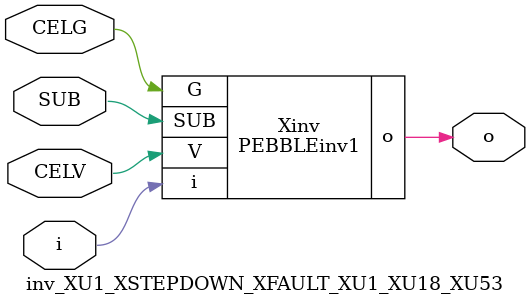
<source format=v>



module PEBBLEinv1 ( o, G, SUB, V, i );

  input V;
  input i;
  input G;
  output o;
  input SUB;
endmodule

//Celera Confidential Do Not Copy inv_XU1_XSTEPDOWN_XFAULT_XU1_XU18_XU53
//Celera Confidential Symbol Generator
//5V Inverter
module inv_XU1_XSTEPDOWN_XFAULT_XU1_XU18_XU53 (CELV,CELG,i,o,SUB);
input CELV;
input CELG;
input i;
input SUB;
output o;

//Celera Confidential Do Not Copy inv
PEBBLEinv1 Xinv(
.V (CELV),
.i (i),
.o (o),
.SUB (SUB),
.G (CELG)
);
//,diesize,PEBBLEinv1

//Celera Confidential Do Not Copy Module End
//Celera Schematic Generator
endmodule

</source>
